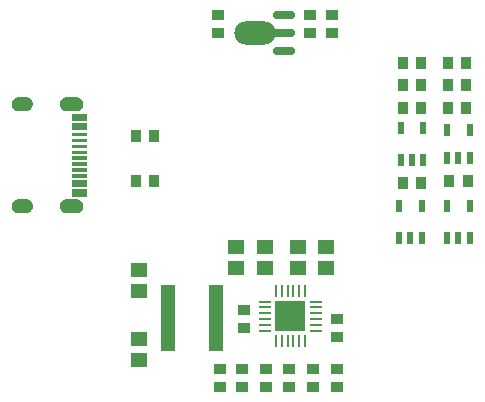
<source format=gbr>
G04 Layer_Color=128*
%FSLAX25Y25*%
%MOIN*%
%TF.FileFunction,Paste,Bot*%
%TF.Part,Single*%
G01*
G75*
%TA.AperFunction,SMDPad*%
%ADD10R,0.03661X0.03858*%
%TA.AperFunction,SMDPad*%
%ADD19R,0.03858X0.03661*%
%TA.AperFunction,SMDPad*%
%ADD20R,0.02362X0.03937*%
%TA.AperFunction,SMDPad*%
%ADD21O,0.13780X0.07874*%
%TA.AperFunction,SMDPad*%
%ADD22O,0.08268X0.02756*%
%TA.AperFunction,SMDPad*%
%ADD23O,0.07480X0.02756*%
%TA.AperFunction,SMDPad*%
%ADD24R,0.05787X0.04567*%
%TA.AperFunction,SMDPad*%
%ADD25R,0.04921X0.22402*%
%TA.AperFunction,SMDPad*%
%ADD26O,0.04528X0.00984*%
%TA.AperFunction,SMDPad*%
%ADD27O,0.00984X0.04528*%
%TA.AperFunction,SMDPad*%
%ADD28R,0.09843X0.09843*%
G36*
X332146Y388189D02*
X327028D01*
Y389370D01*
X332146D01*
Y388189D01*
D02*
G37*
G36*
X332146Y386220D02*
X327028D01*
Y387401D01*
X332146D01*
Y386220D01*
D02*
G37*
G36*
X332146Y392126D02*
X327028D01*
Y393307D01*
X332146D01*
Y392126D01*
D02*
G37*
G36*
X332146Y390157D02*
X327028D01*
Y391338D01*
X332146D01*
Y390157D01*
D02*
G37*
G36*
X328720Y379052D02*
X328838Y379043D01*
X328955Y379029D01*
X329071Y379008D01*
X329185Y378982D01*
X329299Y378950D01*
X329410Y378912D01*
X329520Y378870D01*
X329627Y378821D01*
X329732Y378767D01*
X329834Y378708D01*
X329933Y378644D01*
X330029Y378576D01*
X330121Y378502D01*
X330209Y378424D01*
X330293Y378342D01*
X330374Y378256D01*
X330449Y378166D01*
X330521Y378072D01*
X330587Y377974D01*
X330648Y377874D01*
X330705Y377770D01*
X330756Y377664D01*
X330801Y377556D01*
X330842Y377445D01*
X330876Y377333D01*
X330906Y377218D01*
X330929Y377103D01*
X330946Y376987D01*
X330958Y376869D01*
X330964Y376752D01*
Y376634D01*
X330958Y376516D01*
X330946Y376399D01*
X330929Y376283D01*
X330906Y376167D01*
X330876Y376053D01*
X330842Y375940D01*
X330801Y375830D01*
X330756Y375721D01*
X330705Y375615D01*
X330648Y375512D01*
X330587Y375411D01*
X330521Y375314D01*
X330449Y375220D01*
X330374Y375130D01*
X330293Y375043D01*
X330209Y374961D01*
X330121Y374883D01*
X330029Y374810D01*
X329933Y374741D01*
X329834Y374677D01*
X329732Y374618D01*
X329627Y374565D01*
X329520Y374516D01*
X329410Y374473D01*
X329299Y374435D01*
X329185Y374404D01*
X329071Y374377D01*
X328955Y374357D01*
X328838Y374342D01*
X328720Y374334D01*
X328603Y374331D01*
X325453D01*
X325335Y374334D01*
X325218Y374342D01*
X325101Y374357D01*
X324985Y374377D01*
X324870Y374404D01*
X324757Y374435D01*
X324645Y374473D01*
X324535Y374516D01*
X324428Y374565D01*
X324323Y374618D01*
X324221Y374677D01*
X324122Y374741D01*
X324027Y374810D01*
X323935Y374883D01*
X323846Y374961D01*
X323762Y375043D01*
X323682Y375130D01*
X323606Y375220D01*
X323535Y375314D01*
X323469Y375411D01*
X323407Y375512D01*
X323351Y375615D01*
X323300Y375721D01*
X323254Y375830D01*
X323214Y375940D01*
X323179Y376053D01*
X323150Y376167D01*
X323127Y376283D01*
X323109Y376399D01*
X323097Y376516D01*
X323091Y376634D01*
Y376752D01*
X323097Y376869D01*
X323109Y376987D01*
X323127Y377103D01*
X323150Y377218D01*
X323179Y377333D01*
X323214Y377445D01*
X323254Y377556D01*
X323300Y377664D01*
X323351Y377770D01*
X323407Y377874D01*
X323469Y377974D01*
X323535Y378072D01*
X323606Y378166D01*
X323682Y378256D01*
X323762Y378342D01*
X323846Y378424D01*
X323935Y378502D01*
X324027Y378576D01*
X324122Y378644D01*
X324221Y378708D01*
X324323Y378767D01*
X324428Y378821D01*
X324535Y378870D01*
X324645Y378912D01*
X324757Y378950D01*
X324870Y378982D01*
X324985Y379008D01*
X325101Y379029D01*
X325218Y379043D01*
X325335Y379052D01*
X325453Y379055D01*
X328603D01*
X328720Y379052D01*
D02*
G37*
G36*
X311870D02*
X311987Y379043D01*
X312104Y379029D01*
X312220Y379008D01*
X312335Y378982D01*
X312448Y378950D01*
X312560Y378912D01*
X312669Y378870D01*
X312777Y378821D01*
X312881Y378767D01*
X312983Y378708D01*
X313083Y378644D01*
X313178Y378576D01*
X313270Y378502D01*
X313358Y378424D01*
X313443Y378342D01*
X313523Y378256D01*
X313599Y378166D01*
X313670Y378072D01*
X313736Y377974D01*
X313797Y377874D01*
X313854Y377770D01*
X313905Y377664D01*
X313951Y377556D01*
X313991Y377445D01*
X314026Y377333D01*
X314055Y377218D01*
X314078Y377103D01*
X314096Y376987D01*
X314107Y376869D01*
X314113Y376752D01*
Y376634D01*
X314107Y376516D01*
X314096Y376399D01*
X314078Y376283D01*
X314055Y376167D01*
X314026Y376053D01*
X313991Y375940D01*
X313951Y375830D01*
X313905Y375721D01*
X313854Y375615D01*
X313797Y375512D01*
X313736Y375411D01*
X313670Y375314D01*
X313599Y375220D01*
X313523Y375130D01*
X313443Y375043D01*
X313358Y374961D01*
X313270Y374883D01*
X313178Y374810D01*
X313083Y374741D01*
X312983Y374677D01*
X312881Y374618D01*
X312777Y374565D01*
X312669Y374516D01*
X312560Y374473D01*
X312448Y374435D01*
X312335Y374404D01*
X312220Y374377D01*
X312104Y374357D01*
X311987Y374342D01*
X311870Y374334D01*
X311752Y374331D01*
X309390D01*
X309272Y374334D01*
X309154Y374342D01*
X309037Y374357D01*
X308922Y374377D01*
X308807Y374404D01*
X308693Y374435D01*
X308582Y374473D01*
X308472Y374516D01*
X308365Y374565D01*
X308260Y374618D01*
X308158Y374677D01*
X308059Y374741D01*
X307963Y374810D01*
X307871Y374883D01*
X307783Y374961D01*
X307699Y375043D01*
X307618Y375130D01*
X307543Y375220D01*
X307472Y375314D01*
X307405Y375411D01*
X307344Y375512D01*
X307288Y375615D01*
X307236Y375721D01*
X307191Y375830D01*
X307150Y375940D01*
X307116Y376053D01*
X307087Y376167D01*
X307063Y376283D01*
X307046Y376399D01*
X307034Y376516D01*
X307028Y376634D01*
Y376752D01*
X307034Y376869D01*
X307046Y376987D01*
X307063Y377103D01*
X307087Y377218D01*
X307116Y377333D01*
X307150Y377445D01*
X307191Y377556D01*
X307236Y377664D01*
X307288Y377770D01*
X307344Y377874D01*
X307405Y377974D01*
X307472Y378072D01*
X307543Y378166D01*
X307618Y378256D01*
X307699Y378342D01*
X307783Y378424D01*
X307871Y378502D01*
X307963Y378576D01*
X308059Y378644D01*
X308158Y378708D01*
X308260Y378767D01*
X308365Y378821D01*
X308472Y378870D01*
X308582Y378912D01*
X308693Y378950D01*
X308807Y378982D01*
X308922Y379008D01*
X309037Y379029D01*
X309154Y379043D01*
X309272Y379052D01*
X309390Y379055D01*
X311752D01*
X311870Y379052D01*
D02*
G37*
G36*
X332146Y383071D02*
X327028D01*
Y385433D01*
X332146D01*
Y383071D01*
D02*
G37*
G36*
Y379921D02*
X327028D01*
Y382283D01*
X332146D01*
Y379921D01*
D02*
G37*
G36*
X332146Y405118D02*
X327028D01*
Y407480D01*
X332146D01*
Y405118D01*
D02*
G37*
G36*
X332145Y401969D02*
X327027D01*
Y404331D01*
X332145D01*
Y401969D01*
D02*
G37*
G36*
X328720Y413068D02*
X328838Y413059D01*
X328955Y413045D01*
X329071Y413024D01*
X329185Y412998D01*
X329299Y412966D01*
X329410Y412928D01*
X329520Y412886D01*
X329627Y412837D01*
X329732Y412783D01*
X329834Y412724D01*
X329933Y412661D01*
X330029Y412592D01*
X330121Y412518D01*
X330209Y412440D01*
X330293Y412358D01*
X330374Y412272D01*
X330449Y412182D01*
X330521Y412088D01*
X330587Y411990D01*
X330648Y411890D01*
X330705Y411787D01*
X330756Y411680D01*
X330801Y411572D01*
X330842Y411461D01*
X330876Y411349D01*
X330906Y411234D01*
X330929Y411119D01*
X330946Y411002D01*
X330958Y410885D01*
X330964Y410768D01*
Y410650D01*
X330958Y410532D01*
X330946Y410415D01*
X330929Y410299D01*
X330906Y410183D01*
X330876Y410069D01*
X330842Y409957D01*
X330801Y409846D01*
X330756Y409737D01*
X330705Y409631D01*
X330648Y409528D01*
X330587Y409427D01*
X330521Y409330D01*
X330449Y409236D01*
X330374Y409146D01*
X330293Y409059D01*
X330209Y408977D01*
X330121Y408899D01*
X330029Y408826D01*
X329933Y408757D01*
X329834Y408693D01*
X329732Y408634D01*
X329627Y408580D01*
X329520Y408532D01*
X329410Y408489D01*
X329299Y408452D01*
X329185Y408420D01*
X329071Y408393D01*
X328955Y408373D01*
X328838Y408358D01*
X328720Y408350D01*
X328603Y408347D01*
X325453D01*
X325335Y408350D01*
X325218Y408358D01*
X325101Y408373D01*
X324985Y408393D01*
X324870Y408420D01*
X324757Y408452D01*
X324645Y408489D01*
X324535Y408532D01*
X324428Y408580D01*
X324323Y408634D01*
X324221Y408693D01*
X324122Y408757D01*
X324027Y408826D01*
X323935Y408899D01*
X323846Y408977D01*
X323762Y409059D01*
X323682Y409146D01*
X323606Y409236D01*
X323535Y409330D01*
X323469Y409427D01*
X323407Y409528D01*
X323351Y409631D01*
X323300Y409737D01*
X323254Y409846D01*
X323214Y409957D01*
X323179Y410069D01*
X323150Y410183D01*
X323127Y410299D01*
X323109Y410415D01*
X323097Y410532D01*
X323091Y410650D01*
Y410768D01*
X323097Y410885D01*
X323109Y411002D01*
X323127Y411119D01*
X323150Y411234D01*
X323179Y411349D01*
X323214Y411461D01*
X323254Y411572D01*
X323300Y411680D01*
X323351Y411787D01*
X323407Y411890D01*
X323469Y411990D01*
X323535Y412088D01*
X323606Y412182D01*
X323682Y412272D01*
X323762Y412358D01*
X323846Y412440D01*
X323935Y412518D01*
X324027Y412592D01*
X324122Y412661D01*
X324221Y412724D01*
X324323Y412783D01*
X324428Y412837D01*
X324535Y412886D01*
X324645Y412928D01*
X324757Y412966D01*
X324870Y412998D01*
X324985Y413024D01*
X325101Y413045D01*
X325218Y413059D01*
X325335Y413068D01*
X325453Y413071D01*
X328603D01*
X328720Y413068D01*
D02*
G37*
G36*
X311870D02*
X311987Y413059D01*
X312104Y413045D01*
X312220Y413024D01*
X312335Y412998D01*
X312448Y412966D01*
X312560Y412928D01*
X312669Y412886D01*
X312777Y412837D01*
X312881Y412783D01*
X312983Y412724D01*
X313083Y412661D01*
X313178Y412592D01*
X313270Y412518D01*
X313358Y412440D01*
X313443Y412358D01*
X313523Y412272D01*
X313599Y412182D01*
X313670Y412088D01*
X313736Y411990D01*
X313797Y411890D01*
X313854Y411787D01*
X313905Y411680D01*
X313951Y411572D01*
X313991Y411461D01*
X314026Y411349D01*
X314055Y411234D01*
X314078Y411119D01*
X314096Y411002D01*
X314107Y410885D01*
X314113Y410768D01*
Y410650D01*
X314107Y410532D01*
X314096Y410415D01*
X314078Y410299D01*
X314055Y410183D01*
X314026Y410069D01*
X313991Y409957D01*
X313951Y409846D01*
X313905Y409737D01*
X313854Y409631D01*
X313797Y409528D01*
X313736Y409427D01*
X313670Y409330D01*
X313599Y409236D01*
X313523Y409146D01*
X313443Y409059D01*
X313358Y408977D01*
X313270Y408899D01*
X313178Y408826D01*
X313083Y408757D01*
X312983Y408693D01*
X312881Y408634D01*
X312777Y408580D01*
X312669Y408532D01*
X312560Y408489D01*
X312448Y408452D01*
X312335Y408420D01*
X312220Y408393D01*
X312104Y408373D01*
X311987Y408358D01*
X311870Y408350D01*
X311752Y408347D01*
X309390D01*
X309272Y408350D01*
X309154Y408358D01*
X309037Y408373D01*
X308922Y408393D01*
X308807Y408420D01*
X308693Y408452D01*
X308582Y408489D01*
X308472Y408532D01*
X308365Y408580D01*
X308260Y408634D01*
X308158Y408693D01*
X308059Y408757D01*
X307963Y408826D01*
X307871Y408899D01*
X307783Y408977D01*
X307699Y409059D01*
X307618Y409146D01*
X307543Y409236D01*
X307472Y409330D01*
X307405Y409427D01*
X307344Y409528D01*
X307288Y409631D01*
X307236Y409737D01*
X307191Y409846D01*
X307150Y409957D01*
X307116Y410069D01*
X307087Y410183D01*
X307063Y410299D01*
X307046Y410415D01*
X307034Y410532D01*
X307028Y410650D01*
Y410768D01*
X307034Y410885D01*
X307046Y411002D01*
X307063Y411119D01*
X307087Y411234D01*
X307116Y411349D01*
X307150Y411461D01*
X307191Y411572D01*
X307236Y411680D01*
X307288Y411787D01*
X307344Y411890D01*
X307405Y411990D01*
X307472Y412088D01*
X307543Y412182D01*
X307618Y412272D01*
X307699Y412358D01*
X307783Y412440D01*
X307871Y412518D01*
X307963Y412592D01*
X308059Y412661D01*
X308158Y412724D01*
X308260Y412783D01*
X308365Y412837D01*
X308472Y412886D01*
X308582Y412928D01*
X308693Y412966D01*
X308807Y412998D01*
X308922Y413024D01*
X309037Y413045D01*
X309154Y413059D01*
X309272Y413068D01*
X309390Y413071D01*
X311752D01*
X311870Y413068D01*
D02*
G37*
G36*
X332146Y396063D02*
X327028D01*
Y397244D01*
X332146D01*
Y396063D01*
D02*
G37*
G36*
X332146Y394094D02*
X327028D01*
Y395275D01*
X332146D01*
Y394094D01*
D02*
G37*
G36*
X332146Y400000D02*
X327028D01*
Y401181D01*
X332146D01*
Y400000D01*
D02*
G37*
G36*
X332146Y398030D02*
X327028D01*
X327028Y399211D01*
X332146D01*
Y398030D01*
D02*
G37*
D10*
X458532Y424500D02*
D03*
X452468D02*
D03*
X458532Y409500D02*
D03*
X452468D02*
D03*
X452969Y385000D02*
D03*
X459031D02*
D03*
X452468Y417000D02*
D03*
X458532D02*
D03*
X437468D02*
D03*
X443532D02*
D03*
X443532Y424500D02*
D03*
X437468D02*
D03*
X437468Y409500D02*
D03*
X443532D02*
D03*
X437468Y384500D02*
D03*
X443532D02*
D03*
X354532Y400000D02*
D03*
X348468D02*
D03*
X354532Y385000D02*
D03*
X348468D02*
D03*
D19*
X414000Y434469D02*
D03*
Y440531D02*
D03*
X406500Y440531D02*
D03*
Y434469D02*
D03*
X376000Y440531D02*
D03*
Y434469D02*
D03*
X415500Y332968D02*
D03*
Y339032D02*
D03*
X399500Y316469D02*
D03*
Y322532D02*
D03*
X392000Y316469D02*
D03*
Y322532D02*
D03*
X407500Y316469D02*
D03*
Y322532D02*
D03*
X415500Y316469D02*
D03*
Y322532D02*
D03*
X384000Y316469D02*
D03*
Y322532D02*
D03*
X376500Y322532D02*
D03*
Y316469D02*
D03*
X384500Y342032D02*
D03*
Y335968D02*
D03*
D20*
X459740Y366087D02*
D03*
X456000D02*
D03*
X452260D02*
D03*
Y376913D02*
D03*
X459740D02*
D03*
Y402224D02*
D03*
X452260D02*
D03*
Y392776D02*
D03*
X456000D02*
D03*
X459740D02*
D03*
X443740Y366087D02*
D03*
X440000D02*
D03*
X436260D02*
D03*
Y376913D02*
D03*
X443740D02*
D03*
X444240Y392087D02*
D03*
X440500D02*
D03*
X436760D02*
D03*
Y402913D02*
D03*
X444240D02*
D03*
D21*
X388158Y434500D02*
D03*
D22*
X397606D02*
D03*
D23*
X398000Y428594D02*
D03*
Y440406D02*
D03*
D24*
X402500Y355996D02*
D03*
Y363004D02*
D03*
X412000D02*
D03*
Y355996D02*
D03*
X382000Y363004D02*
D03*
Y355996D02*
D03*
X391500Y363004D02*
D03*
Y355996D02*
D03*
X349500Y325496D02*
D03*
Y332504D02*
D03*
Y355504D02*
D03*
Y348496D02*
D03*
D25*
X359247Y339600D02*
D03*
X375153D02*
D03*
D26*
X408366Y344921D02*
D03*
Y342953D02*
D03*
Y340984D02*
D03*
Y339016D02*
D03*
Y337047D02*
D03*
Y335079D02*
D03*
X391634D02*
D03*
Y337047D02*
D03*
Y339016D02*
D03*
Y340984D02*
D03*
Y342953D02*
D03*
Y344921D02*
D03*
D27*
X404921Y331634D02*
D03*
X402953D02*
D03*
X400984D02*
D03*
X399016D02*
D03*
X397047D02*
D03*
X395079D02*
D03*
Y348366D02*
D03*
X397047D02*
D03*
X399016D02*
D03*
X400984D02*
D03*
X402953D02*
D03*
X404921D02*
D03*
D28*
X400000Y340000D02*
D03*
%TF.MD5,BD355AD81866FA930EE0D13D22BCEEAC*%
M02*

</source>
